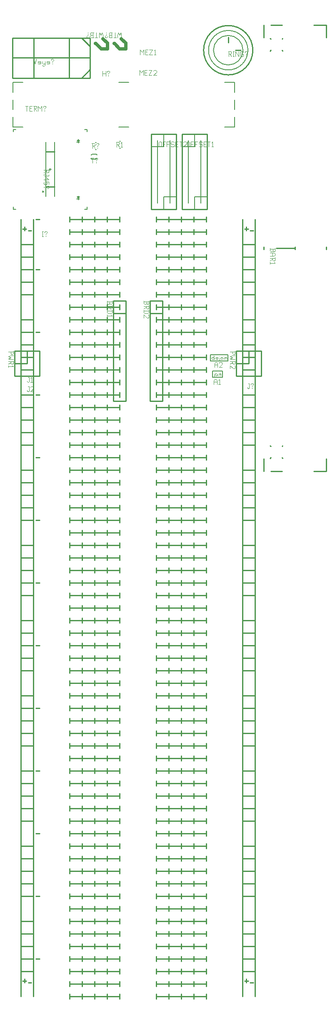
<source format=gbr>
G04 start of page 13 for group -4079 idx -4079 *
G04 Title: (unknown), topsilk *
G04 Creator: pcb 4.2.0 *
G04 CreationDate: Sat Jul  4 19:07:35 2020 UTC *
G04 For: commonadmin *
G04 Format: Gerber/RS-274X *
G04 PCB-Dimensions (mil): 3500.00 8250.00 *
G04 PCB-Coordinate-Origin: lower left *
%MOIN*%
%FSLAX25Y25*%
%LNTOPSILK*%
%ADD206C,0.0250*%
%ADD205C,0.0080*%
%ADD204C,0.0060*%
%ADD203C,0.0040*%
%ADD202C,0.0100*%
G54D202*X87000Y603000D02*Y523000D01*
X97000D01*
Y603000D01*
X87000D01*
Y593000D02*X97000D01*
Y603000D01*
X116500D02*Y523000D01*
X126500D01*
Y603000D01*
X116500D01*
Y593000D02*X126500D01*
Y603000D01*
X185500Y563000D02*Y543000D01*
X205500D01*
Y563000D01*
X185500D01*
Y553000D02*X195500D01*
Y563000D01*
G54D203*X171636Y544920D02*X172016Y544540D01*
X173156D02*Y543400D01*
X172776Y544920D02*X173156Y544540D01*
X172396Y544920D02*X172776D01*
X172016Y544540D02*X172396Y544920D01*
X172016Y544540D02*Y543400D01*
X170876Y544540D02*Y543400D01*
Y545680D02*Y545604D01*
X168444Y543780D02*X168824Y543400D01*
X169584D01*
X169964Y543780D01*
Y544540D02*Y543780D01*
X169584Y544920D02*X169964Y544540D01*
X168824Y544920D02*X169584D01*
X168444Y544540D02*X168824Y544920D01*
X168444Y544540D02*Y543780D01*
X167304Y542259D02*X167684Y542639D01*
Y544540D02*Y542639D01*
Y545680D02*Y545604D01*
G54D204*X174300Y547200D02*Y542200D01*
X166300Y547200D02*Y542200D01*
Y547200D02*X174300D01*
X166300Y542200D02*X174300D01*
G54D203*X176139Y557918D02*X176519Y557537D01*
X177659D02*Y556398D01*
X177278Y557918D02*X177659Y557537D01*
X176898Y557918D02*X177278D01*
X176519Y557537D02*X176898Y557918D01*
X176519Y557537D02*Y556398D01*
X175378Y557537D02*Y556398D01*
Y558678D02*Y558602D01*
X172946Y556778D02*X173326Y556398D01*
X174087D01*
X174467Y556778D01*
Y557537D02*Y556778D01*
X174087Y557918D02*X174467Y557537D01*
X173326Y557918D02*X174087D01*
X172946Y557537D02*X173326Y557918D01*
X172946Y557537D02*Y556778D01*
X171806Y555257D02*X172187Y555637D01*
Y557537D02*Y555637D01*
Y558678D02*Y558602D01*
X168994Y556778D02*X169374Y556398D01*
X170515Y557918D02*X170894Y557537D01*
X169374Y557918D02*X170515D01*
X168994Y557537D02*X169374Y557918D01*
X168994Y557537D02*X169374Y557157D01*
X170515D01*
X170894Y556778D01*
X170515Y556398D02*X170894Y556778D01*
X169374Y556398D02*X170515D01*
X168235Y557537D02*Y556398D01*
Y558678D02*Y558602D01*
X166943Y557918D02*X167322Y557537D01*
X166182Y557918D02*X166943D01*
X165802Y557537D02*X166182Y557918D01*
X165802Y557537D02*Y556778D01*
X166182Y556398D01*
X166943D01*
X167322Y556778D01*
Y559437D02*Y556398D01*
G54D204*X164802Y555198D02*X178802D01*
X164802Y560198D02*Y555198D01*
Y560198D02*X178802D01*
Y555198D01*
X73407Y716050D02*X74207Y716850D01*
X69907Y716050D02*X73407D01*
X69207Y716750D02*X69907Y716050D01*
X70007Y720050D02*X69307Y719350D01*
X70007Y720050D02*X73507D01*
X74207Y719350D02*X73507Y720050D01*
X58980Y732000D02*Y731213D01*
Y729835D02*Y729047D01*
X57799Y729835D02*X60161D01*
X57996Y731213D02*X59965D01*
X58980Y730228D02*X57996Y731213D01*
X59965D02*X58980Y730228D01*
X60039Y685917D02*X59055Y684933D01*
X58071Y685917D01*
X60039D01*
X57874Y684539D02*X60236D01*
X59055D02*Y683752D01*
Y686705D02*Y685917D01*
G54D202*X32957Y694008D02*X40043D01*
X32957Y721961D02*X40043D01*
G54D204*X32957Y729638D02*Y686528D01*
X40043Y729638D02*Y686528D01*
X36500Y708772D02*Y707197D01*
X35713Y707984D02*X37287D01*
X6972Y739874D02*X8941D01*
X6972D02*Y737906D01*
Y676094D02*X8941D01*
X6972Y678063D02*Y676094D01*
X64059Y739874D02*X66028D01*
Y737906D01*
X64059Y676094D02*X66028D01*
Y678063D02*Y676094D01*
X31382Y690858D02*X30398Y689874D01*
Y690858D02*X31382Y689874D01*
G54D205*X72607Y729255D02*X73393D01*
X72607Y723745D02*X73393D01*
G54D202*X142000Y736000D02*Y676000D01*
X162000D01*
Y736000D01*
X142000D01*
G54D204*X147000Y731000D02*Y681000D01*
X157000Y731000D02*Y681000D01*
X152000Y676000D02*Y686000D01*
X162000D01*
X152000Y726000D02*X142000D01*
X152000D02*Y736000D01*
X127500Y686000D02*Y676000D01*
Y686000D02*X137500D01*
X117500Y726000D02*X127500D01*
Y736000D02*Y726000D01*
X122500Y731000D02*Y681000D01*
X132500Y731000D02*Y681000D01*
G54D202*X117500Y676000D02*X137500D01*
X117500Y736000D02*Y676000D01*
Y736000D02*X137500D01*
Y676000D01*
X179000Y813236D02*Y808906D01*
X184906Y803000D02*X189236D01*
G54D204*X167189D02*G75*G03X179000Y791189I11811J0D01*G01*
Y814811D02*G75*G03X167189Y803000I0J-11811D01*G01*
X190811Y803000D02*G75*G03X179000Y814811I-11811J0D01*G01*
Y791189D02*G75*G03X190811Y803000I0J11811D01*G01*
X179000Y787252D02*G75*G03X194748Y803000I0J15748D01*G01*
Y803000D02*G75*G03X179000Y818748I-15748J0D01*G01*
G75*G03X163252Y803000I0J-15748D01*G01*
Y803000D02*G75*G03X179000Y787252I15748J0D01*G01*
G54D202*X198685Y803000D02*G75*G03X179000Y822685I-19685J0D01*G01*
G75*G03X159315Y803000I0J-19685D01*G01*
Y803000D02*G75*G03X179000Y783315I19685J0D01*G01*
G75*G03X198685Y803000I0J19685D01*G01*
X222500Y477500D02*X222000Y478000D01*
X212500Y487500D02*X213000Y487000D01*
X212500Y477500D02*X213000Y478000D01*
X222500Y487500D02*X222000Y487000D01*
X212500Y812500D02*X213000Y812000D01*
X212500Y802500D02*X213000Y803000D01*
X222500Y812500D02*X222000Y812000D01*
X222500Y802500D02*X222000Y803000D01*
X213000Y823000D02*X222000D01*
X213000Y467000D02*X222000D01*
X217500Y645000D02*X232500D01*
Y646000D02*Y644000D01*
X207500Y646000D02*Y644000D01*
X257500Y646000D02*Y644000D01*
X247500Y823000D02*X257500D01*
Y813000D01*
X247500Y467000D02*X257500D01*
Y477000D02*Y467000D01*
X207500Y477000D02*Y467000D01*
Y823000D02*Y813000D01*
G54D204*X91563Y777217D02*X99437D01*
X91563Y741783D02*X99437D01*
X6917Y763437D02*Y755563D01*
X184083Y763437D02*Y755563D01*
Y777217D02*Y769343D01*
Y777217D02*X176209D01*
X184083Y741783D02*Y749657D01*
Y741783D02*X176209D01*
X6917Y777217D02*X14791D01*
X6917D02*Y769343D01*
Y741783D02*Y749657D01*
Y741783D02*X14791D01*
G54D205*X92107Y730255D02*X92893D01*
X92107Y724745D02*X92893D01*
G54D202*X6571Y812748D02*Y780858D01*
X68382D01*
Y812748D01*
X6571D01*
X61689D02*X68382Y806055D01*
X61689Y780858D02*X68382Y787551D01*
X23500Y812748D02*Y780858D01*
X51846Y812748D02*Y780858D01*
X6571Y797000D02*X68382D01*
G54D206*X82283Y808661D02*Y804724D01*
Y808661D02*X78740Y812205D01*
X77291Y804205D02*X82283D01*
X72835Y808268D02*X73228D01*
X77291Y804205D02*X73228Y808268D01*
X97047Y808661D02*Y804724D01*
Y808661D02*X93504Y812205D01*
X92055Y804205D02*X97047D01*
X87598Y808268D02*X87992D01*
X92055Y804205D02*X87992Y808268D01*
G54D202*X8000Y563000D02*Y543000D01*
X28000D01*
Y563000D01*
X8000D01*
Y553000D02*X18000D01*
Y563000D01*
X161500Y50000D02*Y46000D01*
X151500Y50000D02*Y46000D01*
X141500Y50000D02*Y46000D01*
X131500Y50000D02*Y46000D01*
X121500Y50000D02*Y46000D01*
X92000Y50000D02*Y46000D01*
X82000Y50000D02*Y46000D01*
X72000Y50000D02*Y46000D01*
X62000Y50000D02*Y46000D01*
X52000Y50000D02*Y46000D01*
X121500Y48000D02*X161500D01*
X52000D02*X92000D01*
X161500Y60000D02*Y56000D01*
X151500Y60000D02*Y56000D01*
X141500Y60000D02*Y56000D01*
X131500Y60000D02*Y56000D01*
X121500Y60000D02*Y56000D01*
X92000Y60000D02*Y56000D01*
X82000Y60000D02*Y56000D01*
X72000Y60000D02*Y56000D01*
X62000Y60000D02*Y56000D01*
X52000Y60000D02*Y56000D01*
X121500Y58000D02*X161500D01*
X52000D02*X92000D01*
X161500Y100000D02*Y96000D01*
X151500Y100000D02*Y96000D01*
X141500Y100000D02*Y96000D01*
X131500Y100000D02*Y96000D01*
X121500Y100000D02*Y96000D01*
X92000Y100000D02*Y96000D01*
X82000Y100000D02*Y96000D01*
X72000Y100000D02*Y96000D01*
X62000Y100000D02*Y96000D01*
X52000Y100000D02*Y96000D01*
X121500Y98000D02*X161500D01*
X52000D02*X92000D01*
X25000Y78000D02*X28000D01*
X25000Y128000D02*X28000D01*
X25000Y178000D02*X28000D01*
X25000Y228000D02*X28000D01*
X25000Y278000D02*X28000D01*
X25000Y328000D02*X28000D01*
X25000Y378000D02*X28000D01*
X25000Y428000D02*X28000D01*
X25000Y478000D02*X28000D01*
X25000Y528000D02*X28000D01*
X25000Y578000D02*X28000D01*
X25000Y628000D02*X28000D01*
X25000Y668000D02*X28000D01*
X161500Y70000D02*Y66000D01*
X151500Y70000D02*Y66000D01*
X141500Y70000D02*Y66000D01*
X131500Y70000D02*Y66000D01*
X121500Y70000D02*Y66000D01*
X92000Y70000D02*Y66000D01*
X82000Y70000D02*Y66000D01*
X72000Y70000D02*Y66000D01*
X62000Y70000D02*Y66000D01*
X52000Y70000D02*Y66000D01*
X121500Y68000D02*X161500D01*
X52000D02*X92000D01*
X161500Y80000D02*Y76000D01*
X151500Y80000D02*Y76000D01*
X141500Y80000D02*Y76000D01*
X131500Y80000D02*Y76000D01*
X121500Y80000D02*Y76000D01*
X92000Y80000D02*Y76000D01*
X82000Y80000D02*Y76000D01*
X72000Y80000D02*Y76000D01*
X62000Y80000D02*Y76000D01*
X52000Y80000D02*Y76000D01*
X121500Y78000D02*X161500D01*
X52000D02*X92000D01*
X161500Y90000D02*Y86000D01*
X151500Y90000D02*Y86000D01*
X141500Y90000D02*Y86000D01*
X131500Y90000D02*Y86000D01*
X121500Y90000D02*Y86000D01*
X92000Y90000D02*Y86000D01*
X82000Y90000D02*Y86000D01*
X72000Y90000D02*Y86000D01*
X62000Y90000D02*Y86000D01*
X52000Y90000D02*Y86000D01*
X121500Y88000D02*X161500D01*
X52000D02*X92000D01*
X161500Y110000D02*Y106000D01*
X151500Y110000D02*Y106000D01*
X141500Y110000D02*Y106000D01*
X131500Y110000D02*Y106000D01*
X121500Y110000D02*Y106000D01*
X92000Y110000D02*Y106000D01*
X82000Y110000D02*Y106000D01*
X72000Y110000D02*Y106000D01*
X62000Y110000D02*Y106000D01*
X52000Y110000D02*Y106000D01*
X121500Y108000D02*X161500D01*
X52000D02*X92000D01*
X161500Y120000D02*Y116000D01*
X151500Y120000D02*Y116000D01*
X141500Y120000D02*Y116000D01*
X131500Y120000D02*Y116000D01*
X121500Y120000D02*Y116000D01*
X92000Y120000D02*Y116000D01*
X82000Y120000D02*Y116000D01*
X72000Y120000D02*Y116000D01*
X62000Y120000D02*Y116000D01*
X52000Y120000D02*Y116000D01*
X121500Y118000D02*X161500D01*
X52000D02*X92000D01*
X161500Y130000D02*Y126000D01*
X151500Y130000D02*Y126000D01*
X141500Y130000D02*Y126000D01*
X131500Y130000D02*Y126000D01*
X121500Y130000D02*Y126000D01*
X92000Y130000D02*Y126000D01*
X82000Y130000D02*Y126000D01*
X72000Y130000D02*Y126000D01*
X62000Y130000D02*Y126000D01*
X52000Y130000D02*Y126000D01*
X121500Y128000D02*X161500D01*
X52000D02*X92000D01*
X161500Y140000D02*Y136000D01*
X151500Y140000D02*Y136000D01*
X141500Y140000D02*Y136000D01*
X131500Y140000D02*Y136000D01*
X121500Y140000D02*Y136000D01*
X92000Y140000D02*Y136000D01*
X82000Y140000D02*Y136000D01*
X72000Y140000D02*Y136000D01*
X62000Y140000D02*Y136000D01*
X52000Y140000D02*Y136000D01*
X121500Y138000D02*X161500D01*
X52000D02*X92000D01*
X161500Y150000D02*Y146000D01*
X151500Y150000D02*Y146000D01*
X141500Y150000D02*Y146000D01*
X131500Y150000D02*Y146000D01*
X121500Y150000D02*Y146000D01*
X92000Y150000D02*Y146000D01*
X82000Y150000D02*Y146000D01*
X72000Y150000D02*Y146000D01*
X62000Y150000D02*Y146000D01*
X52000Y150000D02*Y146000D01*
X121500Y148000D02*X161500D01*
X52000D02*X92000D01*
X161500Y160000D02*Y156000D01*
X151500Y160000D02*Y156000D01*
X141500Y160000D02*Y156000D01*
X131500Y160000D02*Y156000D01*
X121500Y160000D02*Y156000D01*
X92000Y160000D02*Y156000D01*
X82000Y160000D02*Y156000D01*
X72000Y160000D02*Y156000D01*
X62000Y160000D02*Y156000D01*
X52000Y160000D02*Y156000D01*
X121500Y158000D02*X161500D01*
X52000D02*X92000D01*
X161500Y170000D02*Y166000D01*
X151500Y170000D02*Y166000D01*
X141500Y170000D02*Y166000D01*
X131500Y170000D02*Y166000D01*
X121500Y170000D02*Y166000D01*
X92000Y170000D02*Y166000D01*
X82000Y170000D02*Y166000D01*
X72000Y170000D02*Y166000D01*
X62000Y170000D02*Y166000D01*
X52000Y170000D02*Y166000D01*
X121500Y168000D02*X161500D01*
X52000D02*X92000D01*
X161500Y180000D02*Y176000D01*
X151500Y180000D02*Y176000D01*
X141500Y180000D02*Y176000D01*
X131500Y180000D02*Y176000D01*
X121500Y180000D02*Y176000D01*
X92000Y180000D02*Y176000D01*
X82000Y180000D02*Y176000D01*
X72000Y180000D02*Y176000D01*
X62000Y180000D02*Y176000D01*
X52000Y180000D02*Y176000D01*
X121500Y178000D02*X161500D01*
X52000D02*X92000D01*
X161500Y190000D02*Y186000D01*
X151500Y190000D02*Y186000D01*
X141500Y190000D02*Y186000D01*
X131500Y190000D02*Y186000D01*
X121500Y190000D02*Y186000D01*
X92000Y190000D02*Y186000D01*
X82000Y190000D02*Y186000D01*
X72000Y190000D02*Y186000D01*
X62000Y190000D02*Y186000D01*
X52000Y190000D02*Y186000D01*
X121500Y188000D02*X161500D01*
X52000D02*X92000D01*
X161500Y200000D02*Y196000D01*
X151500Y200000D02*Y196000D01*
X141500Y200000D02*Y196000D01*
X131500Y200000D02*Y196000D01*
X121500Y200000D02*Y196000D01*
X92000Y200000D02*Y196000D01*
X82000Y200000D02*Y196000D01*
X72000Y200000D02*Y196000D01*
X62000Y200000D02*Y196000D01*
X52000Y200000D02*Y196000D01*
X121500Y198000D02*X161500D01*
X52000D02*X92000D01*
X161500Y210000D02*Y206000D01*
X151500Y210000D02*Y206000D01*
X141500Y210000D02*Y206000D01*
X131500Y210000D02*Y206000D01*
X121500Y210000D02*Y206000D01*
X92000Y210000D02*Y206000D01*
X82000Y210000D02*Y206000D01*
X72000Y210000D02*Y206000D01*
X62000Y210000D02*Y206000D01*
X52000Y210000D02*Y206000D01*
X121500Y208000D02*X161500D01*
X52000D02*X92000D01*
X161500Y220000D02*Y216000D01*
X151500Y220000D02*Y216000D01*
X141500Y220000D02*Y216000D01*
X131500Y220000D02*Y216000D01*
X121500Y220000D02*Y216000D01*
X92000Y220000D02*Y216000D01*
X82000Y220000D02*Y216000D01*
X72000Y220000D02*Y216000D01*
X62000Y220000D02*Y216000D01*
X52000Y220000D02*Y216000D01*
X121500Y218000D02*X161500D01*
X52000D02*X92000D01*
X161500Y230000D02*Y226000D01*
X151500Y230000D02*Y226000D01*
X141500Y230000D02*Y226000D01*
X131500Y230000D02*Y226000D01*
X121500Y230000D02*Y226000D01*
X92000Y230000D02*Y226000D01*
X82000Y230000D02*Y226000D01*
X72000Y230000D02*Y226000D01*
X62000Y230000D02*Y226000D01*
X52000Y230000D02*Y226000D01*
X121500Y228000D02*X161500D01*
X52000D02*X92000D01*
X161500Y240000D02*Y236000D01*
X151500Y240000D02*Y236000D01*
X141500Y240000D02*Y236000D01*
X131500Y240000D02*Y236000D01*
X121500Y240000D02*Y236000D01*
X92000Y240000D02*Y236000D01*
X82000Y240000D02*Y236000D01*
X72000Y240000D02*Y236000D01*
X62000Y240000D02*Y236000D01*
X52000Y240000D02*Y236000D01*
X121500Y238000D02*X161500D01*
X52000D02*X92000D01*
X161500Y250000D02*Y246000D01*
X151500Y250000D02*Y246000D01*
X141500Y250000D02*Y246000D01*
X131500Y250000D02*Y246000D01*
X121500Y250000D02*Y246000D01*
X92000Y250000D02*Y246000D01*
X82000Y250000D02*Y246000D01*
X72000Y250000D02*Y246000D01*
X62000Y250000D02*Y246000D01*
X52000Y250000D02*Y246000D01*
X121500Y248000D02*X161500D01*
X52000D02*X92000D01*
X161500Y260000D02*Y256000D01*
X151500Y260000D02*Y256000D01*
X141500Y260000D02*Y256000D01*
X131500Y260000D02*Y256000D01*
X121500Y260000D02*Y256000D01*
X92000Y260000D02*Y256000D01*
X82000Y260000D02*Y256000D01*
X72000Y260000D02*Y256000D01*
X62000Y260000D02*Y256000D01*
X52000Y260000D02*Y256000D01*
X121500Y258000D02*X161500D01*
X52000D02*X92000D01*
X161500Y270000D02*Y266000D01*
X151500Y270000D02*Y266000D01*
X141500Y270000D02*Y266000D01*
X131500Y270000D02*Y266000D01*
X121500Y270000D02*Y266000D01*
X92000Y270000D02*Y266000D01*
X82000Y270000D02*Y266000D01*
X72000Y270000D02*Y266000D01*
X62000Y270000D02*Y266000D01*
X52000Y270000D02*Y266000D01*
X121500Y268000D02*X161500D01*
X52000D02*X92000D01*
X161500Y280000D02*Y276000D01*
X151500Y280000D02*Y276000D01*
X141500Y280000D02*Y276000D01*
X131500Y280000D02*Y276000D01*
X121500Y280000D02*Y276000D01*
X92000Y280000D02*Y276000D01*
X82000Y280000D02*Y276000D01*
X72000Y280000D02*Y276000D01*
X62000Y280000D02*Y276000D01*
X52000Y280000D02*Y276000D01*
X121500Y278000D02*X161500D01*
X52000D02*X92000D01*
X161500Y290000D02*Y286000D01*
X151500Y290000D02*Y286000D01*
X141500Y290000D02*Y286000D01*
X131500Y290000D02*Y286000D01*
X121500Y290000D02*Y286000D01*
X92000Y290000D02*Y286000D01*
X82000Y290000D02*Y286000D01*
X72000Y290000D02*Y286000D01*
X62000Y290000D02*Y286000D01*
X52000Y290000D02*Y286000D01*
X121500Y288000D02*X161500D01*
X52000D02*X92000D01*
X161500Y300000D02*Y296000D01*
X151500Y300000D02*Y296000D01*
X141500Y300000D02*Y296000D01*
X131500Y300000D02*Y296000D01*
X121500Y300000D02*Y296000D01*
X92000Y300000D02*Y296000D01*
X82000Y300000D02*Y296000D01*
X72000Y300000D02*Y296000D01*
X62000Y300000D02*Y296000D01*
X52000Y300000D02*Y296000D01*
X121500Y298000D02*X161500D01*
X52000D02*X92000D01*
X161500Y310000D02*Y306000D01*
X151500Y310000D02*Y306000D01*
X141500Y310000D02*Y306000D01*
X131500Y310000D02*Y306000D01*
X121500Y310000D02*Y306000D01*
X92000Y310000D02*Y306000D01*
X82000Y310000D02*Y306000D01*
X72000Y310000D02*Y306000D01*
X62000Y310000D02*Y306000D01*
X52000Y310000D02*Y306000D01*
X121500Y308000D02*X161500D01*
X52000D02*X92000D01*
X161500Y320000D02*Y316000D01*
X151500Y320000D02*Y316000D01*
X141500Y320000D02*Y316000D01*
X131500Y320000D02*Y316000D01*
X121500Y320000D02*Y316000D01*
X92000Y320000D02*Y316000D01*
X82000Y320000D02*Y316000D01*
X72000Y320000D02*Y316000D01*
X62000Y320000D02*Y316000D01*
X52000Y320000D02*Y316000D01*
X121500Y318000D02*X161500D01*
X52000D02*X92000D01*
X161500Y330000D02*Y326000D01*
X151500Y330000D02*Y326000D01*
X141500Y330000D02*Y326000D01*
X131500Y330000D02*Y326000D01*
X121500Y330000D02*Y326000D01*
X92000Y330000D02*Y326000D01*
X82000Y330000D02*Y326000D01*
X72000Y330000D02*Y326000D01*
X62000Y330000D02*Y326000D01*
X52000Y330000D02*Y326000D01*
X121500Y328000D02*X161500D01*
X52000D02*X92000D01*
X161500Y340000D02*Y336000D01*
X151500Y340000D02*Y336000D01*
X141500Y340000D02*Y336000D01*
X131500Y340000D02*Y336000D01*
X121500Y340000D02*Y336000D01*
X92000Y340000D02*Y336000D01*
X82000Y340000D02*Y336000D01*
X72000Y340000D02*Y336000D01*
X62000Y340000D02*Y336000D01*
X52000Y340000D02*Y336000D01*
X121500Y338000D02*X161500D01*
X52000D02*X92000D01*
X161500Y350000D02*Y346000D01*
X151500Y350000D02*Y346000D01*
X141500Y350000D02*Y346000D01*
X131500Y350000D02*Y346000D01*
X121500Y350000D02*Y346000D01*
X92000Y350000D02*Y346000D01*
X82000Y350000D02*Y346000D01*
X72000Y350000D02*Y346000D01*
X62000Y350000D02*Y346000D01*
X52000Y350000D02*Y346000D01*
X121500Y348000D02*X161500D01*
X52000D02*X92000D01*
X161500Y360000D02*Y356000D01*
X151500Y360000D02*Y356000D01*
X141500Y360000D02*Y356000D01*
X131500Y360000D02*Y356000D01*
X121500Y360000D02*Y356000D01*
X92000Y360000D02*Y356000D01*
X82000Y360000D02*Y356000D01*
X72000Y360000D02*Y356000D01*
X62000Y360000D02*Y356000D01*
X52000Y360000D02*Y356000D01*
X121500Y358000D02*X161500D01*
X52000D02*X92000D01*
X161500Y370000D02*Y366000D01*
X151500Y370000D02*Y366000D01*
X141500Y370000D02*Y366000D01*
X131500Y370000D02*Y366000D01*
X121500Y370000D02*Y366000D01*
X92000Y370000D02*Y366000D01*
X82000Y370000D02*Y366000D01*
X72000Y370000D02*Y366000D01*
X62000Y370000D02*Y366000D01*
X52000Y370000D02*Y366000D01*
X121500Y368000D02*X161500D01*
X52000D02*X92000D01*
X161500Y380000D02*Y376000D01*
X151500Y380000D02*Y376000D01*
X141500Y380000D02*Y376000D01*
X131500Y380000D02*Y376000D01*
X121500Y380000D02*Y376000D01*
X92000Y380000D02*Y376000D01*
X82000Y380000D02*Y376000D01*
X72000Y380000D02*Y376000D01*
X62000Y380000D02*Y376000D01*
X52000Y380000D02*Y376000D01*
X121500Y378000D02*X161500D01*
X52000D02*X92000D01*
X161500Y390000D02*Y386000D01*
X151500Y390000D02*Y386000D01*
X141500Y390000D02*Y386000D01*
X131500Y390000D02*Y386000D01*
X121500Y390000D02*Y386000D01*
X92000Y390000D02*Y386000D01*
X82000Y390000D02*Y386000D01*
X72000Y390000D02*Y386000D01*
X62000Y390000D02*Y386000D01*
X52000Y390000D02*Y386000D01*
X121500Y388000D02*X161500D01*
X52000D02*X92000D01*
X161500Y400000D02*Y396000D01*
X151500Y400000D02*Y396000D01*
X141500Y400000D02*Y396000D01*
X131500Y400000D02*Y396000D01*
X121500Y400000D02*Y396000D01*
X92000Y400000D02*Y396000D01*
X82000Y400000D02*Y396000D01*
X72000Y400000D02*Y396000D01*
X62000Y400000D02*Y396000D01*
X52000Y400000D02*Y396000D01*
X121500Y398000D02*X161500D01*
X52000D02*X92000D01*
X161500Y410000D02*Y406000D01*
X151500Y410000D02*Y406000D01*
X141500Y410000D02*Y406000D01*
X131500Y410000D02*Y406000D01*
X121500Y410000D02*Y406000D01*
X92000Y410000D02*Y406000D01*
X82000Y410000D02*Y406000D01*
X72000Y410000D02*Y406000D01*
X62000Y410000D02*Y406000D01*
X52000Y410000D02*Y406000D01*
X121500Y408000D02*X161500D01*
X52000D02*X92000D01*
X161500Y420000D02*Y416000D01*
X151500Y420000D02*Y416000D01*
X141500Y420000D02*Y416000D01*
X131500Y420000D02*Y416000D01*
X121500Y420000D02*Y416000D01*
X92000Y420000D02*Y416000D01*
X82000Y420000D02*Y416000D01*
X72000Y420000D02*Y416000D01*
X62000Y420000D02*Y416000D01*
X52000Y420000D02*Y416000D01*
X121500Y418000D02*X161500D01*
X52000D02*X92000D01*
X161500Y430000D02*Y426000D01*
X151500Y430000D02*Y426000D01*
X141500Y430000D02*Y426000D01*
X131500Y430000D02*Y426000D01*
X121500Y430000D02*Y426000D01*
X92000Y430000D02*Y426000D01*
X82000Y430000D02*Y426000D01*
X72000Y430000D02*Y426000D01*
X62000Y430000D02*Y426000D01*
X52000Y430000D02*Y426000D01*
X121500Y428000D02*X161500D01*
X52000D02*X92000D01*
X161500Y440000D02*Y436000D01*
X151500Y440000D02*Y436000D01*
X141500Y440000D02*Y436000D01*
X131500Y440000D02*Y436000D01*
X121500Y440000D02*Y436000D01*
X92000Y440000D02*Y436000D01*
X82000Y440000D02*Y436000D01*
X72000Y440000D02*Y436000D01*
X62000Y440000D02*Y436000D01*
X52000Y440000D02*Y436000D01*
X121500Y438000D02*X161500D01*
X52000D02*X92000D01*
X161500Y450000D02*Y446000D01*
X151500Y450000D02*Y446000D01*
X141500Y450000D02*Y446000D01*
X131500Y450000D02*Y446000D01*
X121500Y450000D02*Y446000D01*
X92000Y450000D02*Y446000D01*
X82000Y450000D02*Y446000D01*
X72000Y450000D02*Y446000D01*
X62000Y450000D02*Y446000D01*
X52000Y450000D02*Y446000D01*
X121500Y448000D02*X161500D01*
X52000D02*X92000D01*
X161500Y460000D02*Y456000D01*
X151500Y460000D02*Y456000D01*
X141500Y460000D02*Y456000D01*
X131500Y460000D02*Y456000D01*
X121500Y460000D02*Y456000D01*
X92000Y460000D02*Y456000D01*
X82000Y460000D02*Y456000D01*
X72000Y460000D02*Y456000D01*
X62000Y460000D02*Y456000D01*
X52000Y460000D02*Y456000D01*
X121500Y458000D02*X161500D01*
X52000D02*X92000D01*
X161500Y470000D02*Y466000D01*
X151500Y470000D02*Y466000D01*
X141500Y470000D02*Y466000D01*
X131500Y470000D02*Y466000D01*
X121500Y470000D02*Y466000D01*
X92000Y470000D02*Y466000D01*
X82000Y470000D02*Y466000D01*
X72000Y470000D02*Y466000D01*
X62000Y470000D02*Y466000D01*
X52000Y470000D02*Y466000D01*
X121500Y468000D02*X161500D01*
X52000D02*X92000D01*
X161500Y480000D02*Y476000D01*
X151500Y480000D02*Y476000D01*
X141500Y480000D02*Y476000D01*
X131500Y480000D02*Y476000D01*
X121500Y480000D02*Y476000D01*
X92000Y480000D02*Y476000D01*
X82000Y480000D02*Y476000D01*
X72000Y480000D02*Y476000D01*
X62000Y480000D02*Y476000D01*
X52000Y480000D02*Y476000D01*
X121500Y478000D02*X161500D01*
X52000D02*X92000D01*
X161500Y490000D02*Y486000D01*
X151500Y490000D02*Y486000D01*
X141500Y490000D02*Y486000D01*
X131500Y490000D02*Y486000D01*
X121500Y490000D02*Y486000D01*
X92000Y490000D02*Y486000D01*
X82000Y490000D02*Y486000D01*
X72000Y490000D02*Y486000D01*
X62000Y490000D02*Y486000D01*
X52000Y490000D02*Y486000D01*
X121500Y488000D02*X161500D01*
X52000D02*X92000D01*
X161500Y500000D02*Y496000D01*
X151500Y500000D02*Y496000D01*
X141500Y500000D02*Y496000D01*
X131500Y500000D02*Y496000D01*
X121500Y500000D02*Y496000D01*
X92000Y500000D02*Y496000D01*
X82000Y500000D02*Y496000D01*
X72000Y500000D02*Y496000D01*
X62000Y500000D02*Y496000D01*
X52000Y500000D02*Y496000D01*
X121500Y498000D02*X161500D01*
X52000D02*X92000D01*
X161500Y510000D02*Y506000D01*
X151500Y510000D02*Y506000D01*
X141500Y510000D02*Y506000D01*
X131500Y510000D02*Y506000D01*
X121500Y510000D02*Y506000D01*
X92000Y510000D02*Y506000D01*
X82000Y510000D02*Y506000D01*
X72000Y510000D02*Y506000D01*
X62000Y510000D02*Y506000D01*
X52000Y510000D02*Y506000D01*
X121500Y508000D02*X161500D01*
X52000D02*X92000D01*
X161500Y520000D02*Y516000D01*
X151500Y520000D02*Y516000D01*
X141500Y520000D02*Y516000D01*
X131500Y520000D02*Y516000D01*
X121500Y520000D02*Y516000D01*
X92000Y520000D02*Y516000D01*
X82000Y520000D02*Y516000D01*
X72000Y520000D02*Y516000D01*
X62000Y520000D02*Y516000D01*
X52000Y520000D02*Y516000D01*
X121500Y518000D02*X161500D01*
X52000D02*X92000D01*
X161500Y530000D02*Y526000D01*
X151500Y530000D02*Y526000D01*
X141500Y530000D02*Y526000D01*
X131500Y530000D02*Y526000D01*
X121500Y530000D02*Y526000D01*
X92000Y530000D02*Y526000D01*
X82000Y530000D02*Y526000D01*
X72000Y530000D02*Y526000D01*
X62000Y530000D02*Y526000D01*
X52000Y530000D02*Y526000D01*
X121500Y528000D02*X161500D01*
X52000D02*X92000D01*
X161500Y540000D02*Y536000D01*
X151500Y540000D02*Y536000D01*
X141500Y540000D02*Y536000D01*
X131500Y540000D02*Y536000D01*
X121500Y540000D02*Y536000D01*
X92000Y540000D02*Y536000D01*
X82000Y540000D02*Y536000D01*
X72000Y540000D02*Y536000D01*
X62000Y540000D02*Y536000D01*
X52000Y540000D02*Y536000D01*
X121500Y538000D02*X161500D01*
X52000D02*X92000D01*
X161500Y550000D02*Y546000D01*
X151500Y550000D02*Y546000D01*
X141500Y550000D02*Y546000D01*
X131500Y550000D02*Y546000D01*
X121500Y550000D02*Y546000D01*
X92000Y550000D02*Y546000D01*
X82000Y550000D02*Y546000D01*
X72000Y550000D02*Y546000D01*
X62000Y550000D02*Y546000D01*
X52000Y550000D02*Y546000D01*
X121500Y548000D02*X161500D01*
X52000D02*X92000D01*
X161500Y560000D02*Y556000D01*
X151500Y560000D02*Y556000D01*
X141500Y560000D02*Y556000D01*
X131500Y560000D02*Y556000D01*
X121500Y560000D02*Y556000D01*
X92000Y560000D02*Y556000D01*
X82000Y560000D02*Y556000D01*
X72000Y560000D02*Y556000D01*
X62000Y560000D02*Y556000D01*
X52000Y560000D02*Y556000D01*
X121500Y558000D02*X161500D01*
X52000D02*X92000D01*
X161500Y570000D02*Y566000D01*
X151500Y570000D02*Y566000D01*
X141500Y570000D02*Y566000D01*
X131500Y570000D02*Y566000D01*
X121500Y570000D02*Y566000D01*
X92000Y570000D02*Y566000D01*
X82000Y570000D02*Y566000D01*
X72000Y570000D02*Y566000D01*
X62000Y570000D02*Y566000D01*
X52000Y570000D02*Y566000D01*
X121500Y568000D02*X161500D01*
X52000D02*X92000D01*
X161500Y580000D02*Y576000D01*
X151500Y580000D02*Y576000D01*
X141500Y580000D02*Y576000D01*
X131500Y580000D02*Y576000D01*
X121500Y580000D02*Y576000D01*
X92000Y580000D02*Y576000D01*
X82000Y580000D02*Y576000D01*
X72000Y580000D02*Y576000D01*
X62000Y580000D02*Y576000D01*
X52000Y580000D02*Y576000D01*
X121500Y578000D02*X161500D01*
X52000D02*X92000D01*
X161500Y590000D02*Y586000D01*
X151500Y590000D02*Y586000D01*
X141500Y590000D02*Y586000D01*
X131500Y590000D02*Y586000D01*
X121500Y590000D02*Y586000D01*
X92000Y590000D02*Y586000D01*
X82000Y590000D02*Y586000D01*
X72000Y590000D02*Y586000D01*
X62000Y590000D02*Y586000D01*
X52000Y590000D02*Y586000D01*
X121500Y588000D02*X161500D01*
X52000D02*X92000D01*
X161500Y600000D02*Y596000D01*
X151500Y600000D02*Y596000D01*
X141500Y600000D02*Y596000D01*
X131500Y600000D02*Y596000D01*
X121500Y600000D02*Y596000D01*
X92000Y600000D02*Y596000D01*
X82000Y600000D02*Y596000D01*
X72000Y600000D02*Y596000D01*
X62000Y600000D02*Y596000D01*
X52000Y600000D02*Y596000D01*
X121500Y598000D02*X161500D01*
X52000D02*X92000D01*
X161500Y610000D02*Y606000D01*
X151500Y610000D02*Y606000D01*
X141500Y610000D02*Y606000D01*
X131500Y610000D02*Y606000D01*
X121500Y610000D02*Y606000D01*
X92000Y610000D02*Y606000D01*
X82000Y610000D02*Y606000D01*
X72000Y610000D02*Y606000D01*
X62000Y610000D02*Y606000D01*
X52000Y610000D02*Y606000D01*
X121500Y608000D02*X161500D01*
X52000D02*X92000D01*
X161500Y620000D02*Y616000D01*
X151500Y620000D02*Y616000D01*
X141500Y620000D02*Y616000D01*
X131500Y620000D02*Y616000D01*
X121500Y620000D02*Y616000D01*
X92000Y620000D02*Y616000D01*
X82000Y620000D02*Y616000D01*
X72000Y620000D02*Y616000D01*
X62000Y620000D02*Y616000D01*
X52000Y620000D02*Y616000D01*
X121500Y618000D02*X161500D01*
X52000D02*X92000D01*
X161500Y630000D02*Y626000D01*
X151500Y630000D02*Y626000D01*
X141500Y630000D02*Y626000D01*
X131500Y630000D02*Y626000D01*
X121500Y630000D02*Y626000D01*
X92000Y630000D02*Y626000D01*
X82000Y630000D02*Y626000D01*
X72000Y630000D02*Y626000D01*
X62000Y630000D02*Y626000D01*
X52000Y630000D02*Y626000D01*
X121500Y628000D02*X161500D01*
X52000D02*X92000D01*
X161500Y640000D02*Y636000D01*
X151500Y640000D02*Y636000D01*
X141500Y640000D02*Y636000D01*
X131500Y640000D02*Y636000D01*
X121500Y640000D02*Y636000D01*
X92000Y640000D02*Y636000D01*
X82000Y640000D02*Y636000D01*
X72000Y640000D02*Y636000D01*
X62000Y640000D02*Y636000D01*
X52000Y640000D02*Y636000D01*
X121500Y638000D02*X161500D01*
X52000D02*X92000D01*
X161500Y650000D02*Y646000D01*
X151500Y650000D02*Y646000D01*
X141500Y650000D02*Y646000D01*
X131500Y650000D02*Y646000D01*
X121500Y650000D02*Y646000D01*
X92000Y650000D02*Y646000D01*
X82000Y650000D02*Y646000D01*
X72000Y650000D02*Y646000D01*
X62000Y650000D02*Y646000D01*
X52000Y650000D02*Y646000D01*
X121500Y648000D02*X161500D01*
X52000D02*X92000D01*
X161500Y660000D02*Y656000D01*
X151500Y660000D02*Y656000D01*
X141500Y660000D02*Y656000D01*
X131500Y660000D02*Y656000D01*
X121500Y660000D02*Y656000D01*
X92000Y660000D02*Y656000D01*
X82000Y660000D02*Y656000D01*
X72000Y660000D02*Y656000D01*
X62000Y660000D02*Y656000D01*
X52000Y660000D02*Y656000D01*
X121500Y658000D02*X161500D01*
X52000D02*X92000D01*
X161500Y670000D02*Y666000D01*
X151500Y670000D02*Y666000D01*
X141500Y670000D02*Y666000D01*
X131500Y670000D02*Y666000D01*
X121500Y670000D02*Y666000D01*
X92000Y670000D02*Y666000D01*
X82000Y670000D02*Y666000D01*
X72000Y670000D02*Y666000D01*
X62000Y670000D02*Y666000D01*
X52000Y670000D02*Y666000D01*
X121500Y668000D02*X161500D01*
X52000D02*X92000D01*
X200500Y48000D02*Y668000D01*
X190500D02*Y48000D01*
Y98000D02*X200500D01*
X190500Y108000D02*X200500D01*
X190500Y88000D02*X200500D01*
X190500Y78000D02*X200500D01*
X190500Y68000D02*X200500D01*
X190500Y158000D02*X200500D01*
X190500Y168000D02*X200500D01*
X190500Y148000D02*X200500D01*
X190500Y138000D02*X200500D01*
X190500Y128000D02*X200500D01*
X190500Y218000D02*X200500D01*
X190500Y228000D02*X200500D01*
X190500Y208000D02*X200500D01*
X190500Y198000D02*X200500D01*
X190500Y188000D02*X200500D01*
X190500Y278000D02*X200500D01*
X190500Y288000D02*X200500D01*
X190500Y268000D02*X200500D01*
X190500Y258000D02*X200500D01*
X190500Y248000D02*X200500D01*
X190500Y338000D02*X200500D01*
X190500Y348000D02*X200500D01*
X190500Y328000D02*X200500D01*
X190500Y318000D02*X200500D01*
X190500Y308000D02*X200500D01*
X190500Y398000D02*X200500D01*
X190500Y408000D02*X200500D01*
X190500Y388000D02*X200500D01*
X190500Y378000D02*X200500D01*
X190500Y368000D02*X200500D01*
X190500Y458000D02*X200500D01*
X190500Y468000D02*X200500D01*
X190500Y448000D02*X200500D01*
X190500Y438000D02*X200500D01*
X190500Y428000D02*X200500D01*
X190500Y518000D02*X200500D01*
X190500Y528000D02*X200500D01*
X190500Y508000D02*X200500D01*
X190500Y498000D02*X200500D01*
X190500Y488000D02*X200500D01*
X190500Y578000D02*X200500D01*
X190500Y588000D02*X200500D01*
X190500Y568000D02*X200500D01*
X190500Y558000D02*X200500D01*
X190500Y548000D02*X200500D01*
X190500Y638000D02*X200500D01*
X190500Y648000D02*X200500D01*
X190500Y628000D02*X200500D01*
X190500Y618000D02*X200500D01*
X190500Y608000D02*X200500D01*
X23000Y48000D02*Y668000D01*
X13000D02*Y48000D01*
Y98000D02*X23000D01*
X13000Y108000D02*X23000D01*
X13000Y88000D02*X23000D01*
X13000Y78000D02*X23000D01*
X13000Y68000D02*X23000D01*
X13000Y158000D02*X23000D01*
X13000Y168000D02*X23000D01*
X13000Y148000D02*X23000D01*
X13000Y138000D02*X23000D01*
X13000Y128000D02*X23000D01*
X13000Y218000D02*X23000D01*
X13000Y228000D02*X23000D01*
X13000Y208000D02*X23000D01*
X13000Y198000D02*X23000D01*
X13000Y188000D02*X23000D01*
X13000Y278000D02*X23000D01*
X13000Y288000D02*X23000D01*
X13000Y268000D02*X23000D01*
X13000Y258000D02*X23000D01*
X13000Y248000D02*X23000D01*
X13000Y338000D02*X23000D01*
X13000Y348000D02*X23000D01*
X13000Y328000D02*X23000D01*
X13000Y318000D02*X23000D01*
X13000Y308000D02*X23000D01*
X13000Y398000D02*X23000D01*
X13000Y408000D02*X23000D01*
X13000Y388000D02*X23000D01*
X13000Y378000D02*X23000D01*
X13000Y368000D02*X23000D01*
X13000Y458000D02*X23000D01*
X13000Y468000D02*X23000D01*
X13000Y448000D02*X23000D01*
X13000Y438000D02*X23000D01*
X13000Y428000D02*X23000D01*
X13000Y518000D02*X23000D01*
X13000Y528000D02*X23000D01*
X13000Y508000D02*X23000D01*
X13000Y498000D02*X23000D01*
X13000Y488000D02*X23000D01*
X13000Y578000D02*X23000D01*
X13000Y588000D02*X23000D01*
X13000Y568000D02*X23000D01*
X13000Y558000D02*X23000D01*
X13000Y548000D02*X23000D01*
X13000Y638000D02*X23000D01*
X13000Y648000D02*X23000D01*
X13000Y628000D02*X23000D01*
X13000Y618000D02*X23000D01*
X13000Y608000D02*X23000D01*
X19000Y659000D02*X21500D01*
X16000Y662000D02*Y659000D01*
X14500Y660500D02*X17500D01*
X196500Y659000D02*X199000D01*
X193500Y662000D02*Y659000D01*
X192000Y660500D02*X195000D01*
X19000Y59000D02*X21500D01*
X16000Y62000D02*Y59000D01*
X14500Y60500D02*X17500D01*
X196500Y59000D02*X199000D01*
X193500Y62000D02*Y59000D01*
X192000Y60500D02*X195000D01*
G54D203*X195050Y537150D02*X195850D01*
Y533650D01*
X195350Y533150D02*X195850Y533650D01*
X194850Y533150D02*X195350D01*
X194350Y533650D02*X194850Y533150D01*
X194350Y534150D02*Y533650D01*
X198050Y535150D02*Y534650D01*
Y533650D02*Y533150D01*
X197050Y536650D02*Y536150D01*
Y536650D02*X197550Y537150D01*
X198550D01*
X199050Y536650D01*
Y536150D01*
X198050Y535150D02*X199050Y536150D01*
X180500Y562500D02*X184500D01*
Y563000D02*Y561000D01*
X184000Y560500D01*
X183000D02*X184000D01*
X182500Y561000D02*X183000Y560500D01*
X182500Y562500D02*Y561000D01*
Y559300D02*X184500D01*
X182500D02*X180500Y558800D01*
X182500Y557800D01*
X180500Y556800D01*
X182500Y556300D01*
X184500D01*
Y555100D02*Y553100D01*
X184000Y552600D01*
X183000D02*X184000D01*
X182500Y553100D02*X183000Y552600D01*
X182500Y554600D02*Y553100D01*
X180500Y554600D02*X184500D01*
X182500Y553800D02*X180500Y552600D01*
X184000Y551400D02*X184500Y550900D01*
Y549400D01*
X184000Y548900D01*
X183000D02*X184000D01*
X180500Y551400D02*X183000Y548900D01*
X180500Y551400D02*Y548900D01*
X167500Y539500D02*Y536500D01*
Y539500D02*X168200Y540500D01*
X169300D01*
X170000Y539500D01*
Y536500D01*
X167500Y538500D02*X170000D01*
X171200Y539700D02*X172000Y540500D01*
Y536500D01*
X171200D02*X172700D01*
X168000Y553000D02*Y550000D01*
Y553000D02*X168700Y554000D01*
X169800D01*
X170500Y553000D01*
Y550000D01*
X168000Y552000D02*X170500D01*
X171700Y553500D02*X172200Y554000D01*
X173700D01*
X174200Y553500D01*
Y552500D01*
X171700Y550000D02*X174200Y552500D01*
X171700Y550000D02*X174200D01*
X212500Y645000D02*Y643000D01*
X213000Y642500D01*
X214200D01*
X214700Y643000D02*X214200Y642500D01*
X214700Y644500D02*Y643000D01*
X212500Y644500D02*X216500D01*
Y645000D02*Y643000D01*
X216000Y642500D01*
X215200D02*X216000D01*
X214700Y643000D02*X215200Y642500D01*
X212500Y641300D02*X215500D01*
X216500Y640600D01*
Y639500D01*
X215500Y638800D01*
X212500D02*X215500D01*
X214500Y641300D02*Y638800D01*
X216500Y637600D02*Y635600D01*
X216000Y635100D01*
X215000D02*X216000D01*
X214500Y635600D02*X215000Y635100D01*
X214500Y637100D02*Y635600D01*
X212500Y637100D02*X216500D01*
X214500Y636300D02*X212500Y635100D01*
X215700Y633900D02*X216500Y633100D01*
X212500D02*X216500D01*
X212500Y633900D02*Y632400D01*
X69307Y717150D02*X71307D01*
X70307D02*Y713150D01*
X73507Y715150D02*Y714650D01*
Y713650D02*Y713150D01*
X72507Y716650D02*Y716150D01*
Y716650D02*X73007Y717150D01*
X74007D01*
X74507Y716650D01*
Y716150D01*
X73507Y715150D02*X74507Y716150D01*
X35500Y707984D02*Y705984D01*
X35000Y705484D01*
X34000D02*X35000D01*
X33500Y705984D02*X34000Y705484D01*
X33500Y707484D02*Y705984D01*
X31500Y707484D02*X35500D01*
X33500Y706684D02*X31500Y705484D01*
X35500Y703584D02*Y702784D01*
X32000D02*X35500D01*
X31500Y703284D02*X32000Y702784D01*
X31500Y703784D02*Y703284D01*
X32000Y704284D02*X31500Y703784D01*
X32000Y704284D02*X32500D01*
X33000Y701584D02*X35500Y699584D01*
X33000Y701584D02*Y699084D01*
X31500Y699584D02*X35500D01*
Y697884D02*Y695884D01*
X33500Y697884D02*X35500D01*
X33500D02*X34000Y697384D01*
Y696384D01*
X33500Y695884D01*
X32000D02*X33500D01*
X31500Y696384D02*X32000Y695884D01*
X31500Y697384D02*Y696384D01*
X32000Y697884D02*X31500Y697384D01*
X33000Y693684D02*X33500D01*
X31500D02*X32000D01*
X34500Y694684D02*X35000D01*
X35500Y694184D01*
Y693184D01*
X35000Y692684D01*
X34500D02*X35000D01*
X33500Y693684D02*X34500Y692684D01*
X78500Y786500D02*Y782500D01*
X81000Y786500D02*Y782500D01*
X78500Y784500D02*X81000D01*
X83200D02*Y784000D01*
Y783000D02*Y782500D01*
X82200Y786000D02*Y785500D01*
Y786000D02*X82700Y786500D01*
X83700D01*
X84200Y786000D01*
Y785500D01*
X83200Y784500D02*X84200Y785500D01*
X82000Y603000D02*Y601000D01*
X82500Y600500D01*
X83700D01*
X84200Y601000D02*X83700Y600500D01*
X84200Y602500D02*Y601000D01*
X82000Y602500D02*X86000D01*
Y603000D02*Y601000D01*
X85500Y600500D01*
X84700D02*X85500D01*
X84200Y601000D02*X84700Y600500D01*
X86000Y599300D02*Y597300D01*
X85500Y596800D01*
X84500D02*X85500D01*
X84000Y597300D02*X84500Y596800D01*
X84000Y598800D02*Y597300D01*
X82000Y598800D02*X86000D01*
X84000Y598000D02*X82000Y596800D01*
Y595100D02*X86000D01*
Y593800D02*X85300Y593100D01*
X82700D02*X85300D01*
X82000Y593800D02*X82700Y593100D01*
X82000Y595600D02*Y593800D01*
X86000Y595600D02*Y593800D01*
X85200Y591900D02*X86000Y591100D01*
X82000D02*X86000D01*
X82000Y591900D02*Y590400D01*
X69850Y728650D02*X71850D01*
X72350Y728150D01*
Y727150D01*
X71850Y726650D02*X72350Y727150D01*
X70350Y726650D02*X71850D01*
X70350Y728650D02*Y724650D01*
X71150Y726650D02*X72350Y724650D01*
X74550Y726650D02*Y726150D01*
Y725150D02*Y724650D01*
X73550Y728150D02*Y727650D01*
Y728150D02*X74050Y728650D01*
X75050D01*
X75550Y728150D01*
Y727650D01*
X74550Y726650D02*X75550Y727650D01*
X89350Y729650D02*X91350D01*
X91850Y729150D01*
Y728150D01*
X91350Y727650D02*X91850Y728150D01*
X89850Y727650D02*X91350D01*
X89850Y729650D02*Y725650D01*
X90650Y727650D02*X91850Y725650D01*
X93050Y728850D02*X93850Y729650D01*
Y725650D01*
X93050D02*X94550D01*
X146000Y729500D02*Y726500D01*
Y729500D02*X146500Y730000D01*
X147500D01*
X148000Y729500D01*
Y726500D01*
X147500Y726000D02*X148000Y726500D01*
X146500Y726000D02*X147500D01*
X146000Y726500D02*X146500Y726000D01*
X149200Y730000D02*Y726000D01*
Y730000D02*X151200D01*
X149200Y728200D02*X150700D01*
X152400Y730000D02*Y726000D01*
Y730000D02*X154400D01*
X152400Y728200D02*X153900D01*
X157600Y730000D02*X158100Y729500D01*
X156100Y730000D02*X157600D01*
X155600Y729500D02*X156100Y730000D01*
X155600Y729500D02*Y728500D01*
X156100Y728000D01*
X157600D01*
X158100Y727500D01*
Y726500D01*
X157600Y726000D02*X158100Y726500D01*
X156100Y726000D02*X157600D01*
X155600Y726500D02*X156100Y726000D01*
X159300Y728200D02*X160800D01*
X159300Y726000D02*X161300D01*
X159300Y730000D02*Y726000D01*
Y730000D02*X161300D01*
X162500D02*X164500D01*
X163500D02*Y726000D01*
X165700Y729200D02*X166500Y730000D01*
Y726000D01*
X165700D02*X167200D01*
X123500Y729500D02*Y726500D01*
Y729500D02*X124000Y730000D01*
X125000D01*
X125500Y729500D01*
Y726500D01*
X125000Y726000D02*X125500Y726500D01*
X124000Y726000D02*X125000D01*
X123500Y726500D02*X124000Y726000D01*
X126700Y730000D02*Y726000D01*
Y730000D02*X128700D01*
X126700Y728200D02*X128200D01*
X129900Y730000D02*Y726000D01*
Y730000D02*X131900D01*
X129900Y728200D02*X131400D01*
X135100Y730000D02*X135600Y729500D01*
X133600Y730000D02*X135100D01*
X133100Y729500D02*X133600Y730000D01*
X133100Y729500D02*Y728500D01*
X133600Y728000D01*
X135100D01*
X135600Y727500D01*
Y726500D01*
X135100Y726000D02*X135600Y726500D01*
X133600Y726000D02*X135100D01*
X133100Y726500D02*X133600Y726000D01*
X136800Y728200D02*X138300D01*
X136800Y726000D02*X138800D01*
X136800Y730000D02*Y726000D01*
Y730000D02*X138800D01*
X140000D02*X142000D01*
X141000D02*Y726000D01*
X143200Y729500D02*X143700Y730000D01*
X145200D01*
X145700Y729500D01*
Y728500D01*
X143200Y726000D02*X145700Y728500D01*
X143200Y726000D02*X145700D01*
X179000Y802000D02*X181000D01*
X181500Y801500D01*
Y800500D01*
X181000Y800000D02*X181500Y800500D01*
X179500Y800000D02*X181000D01*
X179500Y802000D02*Y798000D01*
X180300Y800000D02*X181500Y798000D01*
X182700Y802000D02*X183700D01*
X183200D02*Y798000D01*
X182700D02*X183700D01*
X184900Y802000D02*Y798000D01*
Y802000D02*X187400Y798000D01*
Y802000D02*Y798000D01*
X190600Y802000D02*X191100Y801500D01*
X189100Y802000D02*X190600D01*
X188600Y801500D02*X189100Y802000D01*
X188600Y801500D02*Y798500D01*
X189100Y798000D01*
X190600D01*
X191100Y798500D01*
Y799500D02*Y798500D01*
X190600Y800000D02*X191100Y799500D01*
X189600Y800000D02*X190600D01*
X193300D02*Y799500D01*
Y798500D02*Y798000D01*
X192300Y801500D02*Y801000D01*
Y801500D02*X192800Y802000D01*
X193800D01*
X194300Y801500D01*
Y801000D01*
X193300Y800000D02*X194300Y801000D01*
X108500Y803500D02*Y799500D01*
Y803500D02*X110000Y801500D01*
X111500Y803500D01*
Y799500D01*
X112700Y801700D02*X114200D01*
X112700Y799500D02*X114700D01*
X112700Y803500D02*Y799500D01*
Y803500D02*X114700D01*
X115900D02*X118400D01*
X115900Y799500D02*X118400Y803500D01*
X115900Y799500D02*X118400D01*
X119600Y802700D02*X120400Y803500D01*
Y799500D01*
X119600D02*X121100D01*
X111500Y603000D02*Y601000D01*
X112000Y600500D01*
X113200D01*
X113700Y601000D02*X113200Y600500D01*
X113700Y602500D02*Y601000D01*
X111500Y602500D02*X115500D01*
Y603000D02*Y601000D01*
X115000Y600500D01*
X114200D02*X115000D01*
X113700Y601000D02*X114200Y600500D01*
X115500Y599300D02*Y597300D01*
X115000Y596800D01*
X114000D02*X115000D01*
X113500Y597300D02*X114000Y596800D01*
X113500Y598800D02*Y597300D01*
X111500Y598800D02*X115500D01*
X113500Y598000D02*X111500Y596800D01*
Y595100D02*X115500D01*
Y593800D02*X114800Y593100D01*
X112200D02*X114800D01*
X111500Y593800D02*X112200Y593100D01*
X111500Y595600D02*Y593800D01*
X115500Y595600D02*Y593800D01*
X115000Y591900D02*X115500Y591400D01*
Y589900D01*
X115000Y589400D01*
X114000D02*X115000D01*
X111500Y591900D02*X114000Y589400D01*
X111500Y591900D02*Y589400D01*
X108000Y787000D02*Y783000D01*
Y787000D02*X109500Y785000D01*
X111000Y787000D01*
Y783000D01*
X112200Y785200D02*X113700D01*
X112200Y783000D02*X114200D01*
X112200Y787000D02*Y783000D01*
Y787000D02*X114200D01*
X115400D02*X117900D01*
X115400Y783000D02*X117900Y787000D01*
X115400Y783000D02*X117900D01*
X119100Y786500D02*X119600Y787000D01*
X121100D01*
X121600Y786500D01*
Y785500D01*
X119100Y783000D02*X121600Y785500D01*
X119100Y783000D02*X121600D01*
X16760Y758500D02*X18760D01*
X17760D02*Y754500D01*
X19960Y756700D02*X21460D01*
X19960Y754500D02*X21960D01*
X19960Y758500D02*Y754500D01*
Y758500D02*X21960D01*
X23160D02*X25160D01*
X25660Y758000D01*
Y757000D01*
X25160Y756500D02*X25660Y757000D01*
X23660Y756500D02*X25160D01*
X23660Y758500D02*Y754500D01*
X24460Y756500D02*X25660Y754500D01*
X26860Y758500D02*Y754500D01*
Y758500D02*X28360Y756500D01*
X29860Y758500D01*
Y754500D01*
X32060Y756500D02*Y756000D01*
Y755000D02*Y754500D01*
X31060Y758000D02*Y757500D01*
Y758000D02*X31560Y758500D01*
X32560D01*
X33060Y758000D01*
Y757500D01*
X32060Y756500D02*X33060Y757500D01*
X3000Y562500D02*X7000D01*
Y563000D02*Y561000D01*
X6500Y560500D01*
X5500D02*X6500D01*
X5000Y561000D02*X5500Y560500D01*
X5000Y562500D02*Y561000D01*
Y559300D02*X7000D01*
X5000D02*X3000Y558800D01*
X5000Y557800D01*
X3000Y556800D01*
X5000Y556300D01*
X7000D01*
Y555100D02*Y553100D01*
X6500Y552600D01*
X5500D02*X6500D01*
X5000Y553100D02*X5500Y552600D01*
X5000Y554600D02*Y553100D01*
X3000Y554600D02*X7000D01*
X5000Y553800D02*X3000Y552600D01*
X6200Y551400D02*X7000Y550600D01*
X3000D02*X7000D01*
X3000Y551400D02*Y549900D01*
X18869Y534650D02*X19669D01*
Y531150D01*
X19169Y530650D02*X19669Y531150D01*
X18669Y530650D02*X19169D01*
X18169Y531150D02*X18669Y530650D01*
X18169Y531650D02*Y531150D01*
X20869Y534150D02*X21369Y534650D01*
X22869D01*
X23369Y534150D01*
Y533150D01*
X20869Y530650D02*X23369Y533150D01*
X20869Y530650D02*X23369D01*
X18869Y542150D02*X19669D01*
Y538650D01*
X19169Y538150D02*X19669Y538650D01*
X18669Y538150D02*X19169D01*
X18169Y538650D02*X18669Y538150D01*
X18169Y539150D02*Y538650D01*
X20869Y541350D02*X21669Y542150D01*
Y538150D01*
X20869D02*X22369D01*
X30000Y658500D02*X31000D01*
X30500D02*Y654500D01*
X30000D02*X31000D01*
X33200Y656500D02*Y656000D01*
Y655000D02*Y654500D01*
X32200Y658000D02*Y657500D01*
Y658000D02*X32700Y658500D01*
X33700D01*
X34200Y658000D01*
Y657500D01*
X33200Y656500D02*X34200Y657500D01*
X23500Y796000D02*X24500Y792000D01*
X25500Y796000D01*
X27200Y792000D02*X28700D01*
X29200Y792500D01*
X28700Y793000D02*X29200Y792500D01*
X27200Y793000D02*X28700D01*
X26700Y793500D02*X27200Y793000D01*
X26700Y793500D02*X27200Y794000D01*
X28700D01*
X29200Y793500D01*
X26700Y792500D02*X27200Y792000D01*
X30400Y794000D02*Y792500D01*
X30900Y792000D01*
X32400Y794000D02*Y791000D01*
X31900Y790500D02*X32400Y791000D01*
X30900Y790500D02*X31900D01*
X30400Y791000D02*X30900Y790500D01*
Y792000D02*X31900D01*
X32400Y792500D01*
X34100Y792000D02*X35600D01*
X36100Y792500D01*
X35600Y793000D02*X36100Y792500D01*
X34100Y793000D02*X35600D01*
X33600Y793500D02*X34100Y793000D01*
X33600Y793500D02*X34100Y794000D01*
X35600D01*
X36100Y793500D01*
X33600Y792500D02*X34100Y792000D01*
X38300Y794000D02*Y793500D01*
Y792500D02*Y792000D01*
X37300Y795500D02*Y795000D01*
Y795500D02*X37800Y796000D01*
X38800D01*
X39300Y795500D01*
Y795000D01*
X38300Y794000D02*X39300Y795000D01*
X78740Y815205D02*Y813205D01*
Y815205D02*X78240Y817205D01*
X77240Y815205D01*
X76240Y817205D01*
X75740Y815205D01*
Y813205D01*
X72540D02*X74540D01*
X73540Y817205D02*Y813205D01*
X69340Y817205D02*X71340D01*
X69340D02*X68840Y816705D01*
Y815505D01*
X69340Y815005D02*X68840Y815505D01*
X69340Y815005D02*X70840D01*
Y817205D02*Y813205D01*
X69340D02*X71340D01*
X69340D02*X68840Y813705D01*
Y814505D02*Y813705D01*
X69340Y815005D02*X68840Y814505D01*
X66640Y815705D02*Y815205D01*
Y817205D02*Y816705D01*
X67640Y814205D02*Y813705D01*
X67140Y813205D01*
X66140D02*X67140D01*
X66140D02*X65640Y813705D01*
Y814205D02*Y813705D01*
X66640Y815205D02*X65640Y814205D01*
X93504Y815205D02*Y813205D01*
Y815205D02*X93004Y817205D01*
X92004Y815205D01*
X91004Y817205D01*
X90504Y815205D01*
Y813205D01*
X87304D02*X89304D01*
X88304Y817205D02*Y813205D01*
X84104Y817205D02*X86104D01*
X84104D02*X83604Y816705D01*
Y815505D01*
X84104Y815005D02*X83604Y815505D01*
X84104Y815005D02*X85604D01*
Y817205D02*Y813205D01*
X84104D02*X86104D01*
X84104D02*X83604Y813705D01*
Y814505D02*Y813705D01*
X84104Y815005D02*X83604Y814505D01*
X81404Y815705D02*Y815205D01*
Y817205D02*Y816705D01*
X82404Y814205D02*Y813705D01*
X81904Y813205D01*
X80904D02*X81904D01*
X80904D02*X80404Y813705D01*
Y814205D02*Y813705D01*
X81404Y815205D02*X80404Y814205D01*
M02*

</source>
